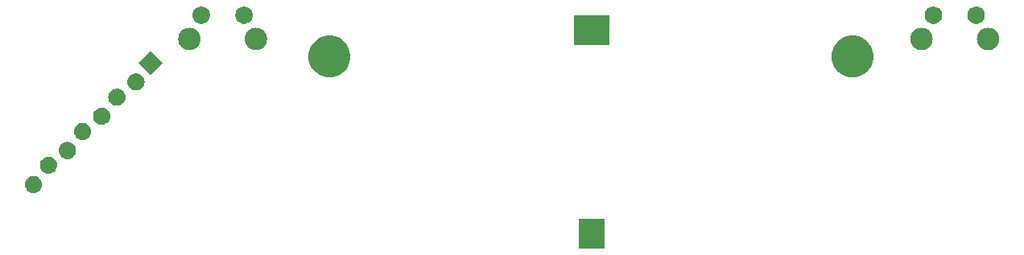
<source format=gbr>
%TF.GenerationSoftware,KiCad,Pcbnew,5.0.1*%
%TF.CreationDate,2019-03-22T16:17:04+01:00*%
%TF.ProjectId,rev1,726576312E6B696361645F7063620000,rev?*%
%TF.SameCoordinates,Original*%
%TF.FileFunction,Soldermask,Bot*%
%TF.FilePolarity,Negative*%
%FSLAX46Y46*%
G04 Gerber Fmt 4.6, Leading zero omitted, Abs format (unit mm)*
G04 Created by KiCad (PCBNEW 5.0.1) date Fri 22 Mar 2019 04:17:04 PM CET*
%MOMM*%
%LPD*%
G01*
G04 APERTURE LIST*
%ADD10C,0.100000*%
G04 APERTURE END LIST*
D10*
X126893000Y-91500000D02*
G75*
G03X126893000Y-91500000I-1143000J0D01*
G01*
X120889000Y-89000000D02*
G75*
G03X120889000Y-89000000I-889000J0D01*
G01*
X125389000Y-89000000D02*
G75*
G03X125389000Y-89000000I-889000J0D01*
G01*
X119893000Y-91500000D02*
G75*
G03X119893000Y-91500000I-1143000J0D01*
G01*
X196893000Y-91500000D02*
G75*
G03X196893000Y-91500000I-1143000J0D01*
G01*
X202389000Y-89000000D02*
G75*
G03X202389000Y-89000000I-889000J0D01*
G01*
X197889000Y-89000000D02*
G75*
G03X197889000Y-89000000I-889000J0D01*
G01*
X203893000Y-91500000D02*
G75*
G03X203893000Y-91500000I-1143000J0D01*
G01*
G36*
X162401000Y-113551000D02*
X159699000Y-113551000D01*
X159699000Y-110449000D01*
X162401000Y-110449000D01*
X162401000Y-113551000D01*
X162401000Y-113551000D01*
G37*
G36*
X102465363Y-105912729D02*
X102531548Y-105919248D01*
X102644774Y-105953595D01*
X102701388Y-105970768D01*
X102840008Y-106044863D01*
X102857912Y-106054433D01*
X102893650Y-106083763D01*
X102995107Y-106167025D01*
X103078369Y-106268482D01*
X103107699Y-106304220D01*
X103107700Y-106304222D01*
X103191364Y-106460744D01*
X103191364Y-106460745D01*
X103242884Y-106630584D01*
X103260280Y-106807211D01*
X103242884Y-106983838D01*
X103208537Y-107097064D01*
X103191364Y-107153678D01*
X103117269Y-107292298D01*
X103107699Y-107310202D01*
X103078369Y-107345940D01*
X102995107Y-107447397D01*
X102893650Y-107530659D01*
X102857912Y-107559989D01*
X102857910Y-107559990D01*
X102701388Y-107643654D01*
X102644774Y-107660827D01*
X102531548Y-107695174D01*
X102465364Y-107701692D01*
X102399181Y-107708211D01*
X102310661Y-107708211D01*
X102244479Y-107701693D01*
X102178294Y-107695174D01*
X102065068Y-107660827D01*
X102008454Y-107643654D01*
X101851932Y-107559990D01*
X101851930Y-107559989D01*
X101816192Y-107530659D01*
X101714735Y-107447397D01*
X101631473Y-107345940D01*
X101602143Y-107310202D01*
X101592573Y-107292298D01*
X101518478Y-107153678D01*
X101501305Y-107097064D01*
X101466958Y-106983838D01*
X101449562Y-106807211D01*
X101466958Y-106630584D01*
X101518478Y-106460745D01*
X101518478Y-106460744D01*
X101602142Y-106304222D01*
X101602143Y-106304220D01*
X101631473Y-106268482D01*
X101714735Y-106167025D01*
X101816192Y-106083763D01*
X101851930Y-106054433D01*
X101869834Y-106044863D01*
X102008454Y-105970768D01*
X102065068Y-105953595D01*
X102178294Y-105919248D01*
X102244478Y-105912730D01*
X102310661Y-105906211D01*
X102399181Y-105906211D01*
X102465363Y-105912729D01*
X102465363Y-105912729D01*
G37*
G36*
X104056354Y-103897476D02*
X104122538Y-103903994D01*
X104235764Y-103938341D01*
X104292378Y-103955514D01*
X104430998Y-104029609D01*
X104448902Y-104039179D01*
X104484640Y-104068509D01*
X104586097Y-104151771D01*
X104669359Y-104253228D01*
X104698689Y-104288966D01*
X104698690Y-104288968D01*
X104782354Y-104445490D01*
X104782354Y-104445491D01*
X104833874Y-104615330D01*
X104851270Y-104791957D01*
X104833874Y-104968584D01*
X104799527Y-105081810D01*
X104782354Y-105138424D01*
X104708259Y-105277044D01*
X104698689Y-105294948D01*
X104669359Y-105330686D01*
X104586097Y-105432143D01*
X104484640Y-105515405D01*
X104448902Y-105544735D01*
X104448900Y-105544736D01*
X104292378Y-105628400D01*
X104235764Y-105645573D01*
X104122538Y-105679920D01*
X104056353Y-105686439D01*
X103990171Y-105692957D01*
X103901651Y-105692957D01*
X103835469Y-105686439D01*
X103769284Y-105679920D01*
X103656058Y-105645573D01*
X103599444Y-105628400D01*
X103442922Y-105544736D01*
X103442920Y-105544735D01*
X103407182Y-105515405D01*
X103305725Y-105432143D01*
X103222463Y-105330686D01*
X103193133Y-105294948D01*
X103183563Y-105277044D01*
X103109468Y-105138424D01*
X103092295Y-105081810D01*
X103057948Y-104968584D01*
X103040552Y-104791957D01*
X103057948Y-104615330D01*
X103109468Y-104445491D01*
X103109468Y-104445490D01*
X103193132Y-104288968D01*
X103193133Y-104288966D01*
X103222463Y-104253228D01*
X103305725Y-104151771D01*
X103407182Y-104068509D01*
X103442920Y-104039179D01*
X103460824Y-104029609D01*
X103599444Y-103955514D01*
X103656058Y-103938341D01*
X103769284Y-103903994D01*
X103835468Y-103897476D01*
X103901651Y-103890957D01*
X103990171Y-103890957D01*
X104056354Y-103897476D01*
X104056354Y-103897476D01*
G37*
G36*
X106036252Y-102341840D02*
X106102437Y-102348359D01*
X106215663Y-102382706D01*
X106272277Y-102399879D01*
X106410897Y-102473974D01*
X106428801Y-102483544D01*
X106464539Y-102512874D01*
X106565996Y-102596136D01*
X106649258Y-102697593D01*
X106678588Y-102733331D01*
X106678589Y-102733333D01*
X106762253Y-102889855D01*
X106762253Y-102889856D01*
X106813773Y-103059695D01*
X106831169Y-103236322D01*
X106813773Y-103412949D01*
X106779426Y-103526175D01*
X106762253Y-103582789D01*
X106688158Y-103721409D01*
X106678588Y-103739313D01*
X106649258Y-103775051D01*
X106565996Y-103876508D01*
X106469725Y-103955514D01*
X106428801Y-103989100D01*
X106428799Y-103989101D01*
X106272277Y-104072765D01*
X106215663Y-104089938D01*
X106102437Y-104124285D01*
X106036252Y-104130804D01*
X105970070Y-104137322D01*
X105881550Y-104137322D01*
X105815367Y-104130803D01*
X105749183Y-104124285D01*
X105635957Y-104089938D01*
X105579343Y-104072765D01*
X105422821Y-103989101D01*
X105422819Y-103989100D01*
X105381895Y-103955514D01*
X105285624Y-103876508D01*
X105202362Y-103775051D01*
X105173032Y-103739313D01*
X105163462Y-103721409D01*
X105089367Y-103582789D01*
X105072194Y-103526175D01*
X105037847Y-103412949D01*
X105020451Y-103236322D01*
X105037847Y-103059695D01*
X105089367Y-102889856D01*
X105089367Y-102889855D01*
X105173031Y-102733333D01*
X105173032Y-102733331D01*
X105202362Y-102697593D01*
X105285624Y-102596136D01*
X105387081Y-102512874D01*
X105422819Y-102483544D01*
X105440723Y-102473974D01*
X105579343Y-102399879D01*
X105635957Y-102382706D01*
X105749183Y-102348359D01*
X105815368Y-102341840D01*
X105881550Y-102335322D01*
X105970070Y-102335322D01*
X106036252Y-102341840D01*
X106036252Y-102341840D01*
G37*
G36*
X107627243Y-100326587D02*
X107693427Y-100333105D01*
X107806653Y-100367452D01*
X107863267Y-100384625D01*
X108001887Y-100458720D01*
X108019791Y-100468290D01*
X108055529Y-100497620D01*
X108156986Y-100580882D01*
X108240248Y-100682339D01*
X108269578Y-100718077D01*
X108269579Y-100718079D01*
X108353243Y-100874601D01*
X108353243Y-100874602D01*
X108404763Y-101044441D01*
X108422159Y-101221068D01*
X108404763Y-101397695D01*
X108370416Y-101510921D01*
X108353243Y-101567535D01*
X108279148Y-101706155D01*
X108269578Y-101724059D01*
X108240248Y-101759797D01*
X108156986Y-101861254D01*
X108055529Y-101944516D01*
X108019791Y-101973846D01*
X108019789Y-101973847D01*
X107863267Y-102057511D01*
X107806653Y-102074684D01*
X107693427Y-102109031D01*
X107627242Y-102115550D01*
X107561060Y-102122068D01*
X107472540Y-102122068D01*
X107406358Y-102115550D01*
X107340173Y-102109031D01*
X107226947Y-102074684D01*
X107170333Y-102057511D01*
X107013811Y-101973847D01*
X107013809Y-101973846D01*
X106978071Y-101944516D01*
X106876614Y-101861254D01*
X106793352Y-101759797D01*
X106764022Y-101724059D01*
X106754452Y-101706155D01*
X106680357Y-101567535D01*
X106663184Y-101510921D01*
X106628837Y-101397695D01*
X106611441Y-101221068D01*
X106628837Y-101044441D01*
X106680357Y-100874602D01*
X106680357Y-100874601D01*
X106764021Y-100718079D01*
X106764022Y-100718077D01*
X106793352Y-100682339D01*
X106876614Y-100580882D01*
X106978071Y-100497620D01*
X107013809Y-100468290D01*
X107031713Y-100458720D01*
X107170333Y-100384625D01*
X107226947Y-100367452D01*
X107340173Y-100333105D01*
X107406358Y-100326586D01*
X107472540Y-100320068D01*
X107561060Y-100320068D01*
X107627243Y-100326587D01*
X107627243Y-100326587D01*
G37*
G36*
X109642496Y-98735596D02*
X109708681Y-98742115D01*
X109821907Y-98776462D01*
X109878521Y-98793635D01*
X110017141Y-98867730D01*
X110035045Y-98877300D01*
X110070783Y-98906630D01*
X110172240Y-98989892D01*
X110255502Y-99091349D01*
X110284832Y-99127087D01*
X110284833Y-99127089D01*
X110368497Y-99283611D01*
X110368497Y-99283612D01*
X110420017Y-99453451D01*
X110437413Y-99630078D01*
X110420017Y-99806705D01*
X110385670Y-99919931D01*
X110368497Y-99976545D01*
X110294402Y-100115165D01*
X110284832Y-100133069D01*
X110255502Y-100168807D01*
X110172240Y-100270264D01*
X110070783Y-100353526D01*
X110035045Y-100382856D01*
X110035043Y-100382857D01*
X109878521Y-100466521D01*
X109821907Y-100483694D01*
X109708681Y-100518041D01*
X109642497Y-100524559D01*
X109576314Y-100531078D01*
X109487794Y-100531078D01*
X109421611Y-100524559D01*
X109355427Y-100518041D01*
X109242201Y-100483694D01*
X109185587Y-100466521D01*
X109029065Y-100382857D01*
X109029063Y-100382856D01*
X108993325Y-100353526D01*
X108891868Y-100270264D01*
X108808606Y-100168807D01*
X108779276Y-100133069D01*
X108769706Y-100115165D01*
X108695611Y-99976545D01*
X108678438Y-99919931D01*
X108644091Y-99806705D01*
X108626695Y-99630078D01*
X108644091Y-99453451D01*
X108695611Y-99283612D01*
X108695611Y-99283611D01*
X108779275Y-99127089D01*
X108779276Y-99127087D01*
X108808606Y-99091349D01*
X108891868Y-98989892D01*
X108993325Y-98906630D01*
X109029063Y-98877300D01*
X109046967Y-98867730D01*
X109185587Y-98793635D01*
X109242201Y-98776462D01*
X109355427Y-98742115D01*
X109421611Y-98735597D01*
X109487794Y-98729078D01*
X109576314Y-98729078D01*
X109642496Y-98735596D01*
X109642496Y-98735596D01*
G37*
G36*
X111233488Y-96720342D02*
X111299672Y-96726860D01*
X111412898Y-96761207D01*
X111469512Y-96778380D01*
X111608132Y-96852475D01*
X111626036Y-96862045D01*
X111661774Y-96891375D01*
X111763231Y-96974637D01*
X111846493Y-97076094D01*
X111875823Y-97111832D01*
X111875824Y-97111834D01*
X111959488Y-97268356D01*
X111959488Y-97268357D01*
X112011008Y-97438196D01*
X112028404Y-97614823D01*
X112011008Y-97791450D01*
X111976661Y-97904676D01*
X111959488Y-97961290D01*
X111885393Y-98099910D01*
X111875823Y-98117814D01*
X111846493Y-98153552D01*
X111763231Y-98255009D01*
X111661774Y-98338271D01*
X111626036Y-98367601D01*
X111626034Y-98367602D01*
X111469512Y-98451266D01*
X111412898Y-98468439D01*
X111299672Y-98502786D01*
X111233488Y-98509304D01*
X111167305Y-98515823D01*
X111078785Y-98515823D01*
X111012603Y-98509305D01*
X110946418Y-98502786D01*
X110833192Y-98468439D01*
X110776578Y-98451266D01*
X110620056Y-98367602D01*
X110620054Y-98367601D01*
X110584316Y-98338271D01*
X110482859Y-98255009D01*
X110399597Y-98153552D01*
X110370267Y-98117814D01*
X110360697Y-98099910D01*
X110286602Y-97961290D01*
X110269429Y-97904676D01*
X110235082Y-97791450D01*
X110217686Y-97614823D01*
X110235082Y-97438196D01*
X110286602Y-97268357D01*
X110286602Y-97268356D01*
X110370266Y-97111834D01*
X110370267Y-97111832D01*
X110399597Y-97076094D01*
X110482859Y-96974637D01*
X110584316Y-96891375D01*
X110620054Y-96862045D01*
X110637958Y-96852475D01*
X110776578Y-96778380D01*
X110833192Y-96761207D01*
X110946418Y-96726860D01*
X111012602Y-96720342D01*
X111078785Y-96713823D01*
X111167305Y-96713823D01*
X111233488Y-96720342D01*
X111233488Y-96720342D01*
G37*
G36*
X113248741Y-95129351D02*
X113314926Y-95135870D01*
X113428152Y-95170217D01*
X113484766Y-95187390D01*
X113623386Y-95261485D01*
X113641290Y-95271055D01*
X113677028Y-95300385D01*
X113778485Y-95383647D01*
X113846412Y-95466418D01*
X113891077Y-95520842D01*
X113891078Y-95520844D01*
X113974742Y-95677366D01*
X113974742Y-95677367D01*
X114026262Y-95847206D01*
X114043658Y-96023833D01*
X114026262Y-96200460D01*
X113991915Y-96313686D01*
X113974742Y-96370300D01*
X113900647Y-96508920D01*
X113891077Y-96526824D01*
X113861747Y-96562562D01*
X113778485Y-96664019D01*
X113677028Y-96747281D01*
X113641290Y-96776611D01*
X113641288Y-96776612D01*
X113484766Y-96860276D01*
X113428152Y-96877449D01*
X113314926Y-96911796D01*
X113248742Y-96918314D01*
X113182559Y-96924833D01*
X113094039Y-96924833D01*
X113027856Y-96918314D01*
X112961672Y-96911796D01*
X112848446Y-96877449D01*
X112791832Y-96860276D01*
X112635310Y-96776612D01*
X112635308Y-96776611D01*
X112599570Y-96747281D01*
X112498113Y-96664019D01*
X112414851Y-96562562D01*
X112385521Y-96526824D01*
X112375951Y-96508920D01*
X112301856Y-96370300D01*
X112284683Y-96313686D01*
X112250336Y-96200460D01*
X112232940Y-96023833D01*
X112250336Y-95847206D01*
X112301856Y-95677367D01*
X112301856Y-95677366D01*
X112385520Y-95520844D01*
X112385521Y-95520842D01*
X112430186Y-95466418D01*
X112498113Y-95383647D01*
X112599570Y-95300385D01*
X112635308Y-95271055D01*
X112653212Y-95261485D01*
X112791832Y-95187390D01*
X112848446Y-95170217D01*
X112961672Y-95135870D01*
X113027856Y-95129352D01*
X113094039Y-95122833D01*
X113182559Y-95122833D01*
X113248741Y-95129351D01*
X113248741Y-95129351D01*
G37*
G36*
X134142006Y-91233582D02*
X134542565Y-91399499D01*
X134903059Y-91640373D01*
X135209627Y-91946941D01*
X135450501Y-92307435D01*
X135616418Y-92707994D01*
X135701000Y-93133219D01*
X135701000Y-93566781D01*
X135616418Y-93992006D01*
X135450501Y-94392565D01*
X135209627Y-94753059D01*
X134903059Y-95059627D01*
X134542565Y-95300501D01*
X134142006Y-95466418D01*
X133716781Y-95551000D01*
X133283219Y-95551000D01*
X132857994Y-95466418D01*
X132457435Y-95300501D01*
X132096941Y-95059627D01*
X131790373Y-94753059D01*
X131549499Y-94392565D01*
X131383582Y-93992006D01*
X131299000Y-93566781D01*
X131299000Y-93133219D01*
X131383582Y-92707994D01*
X131549499Y-92307435D01*
X131790373Y-91946941D01*
X132096941Y-91640373D01*
X132457435Y-91399499D01*
X132857994Y-91233582D01*
X133283219Y-91149000D01*
X133716781Y-91149000D01*
X134142006Y-91233582D01*
X134142006Y-91233582D01*
G37*
G36*
X189142006Y-91233582D02*
X189542565Y-91399499D01*
X189903059Y-91640373D01*
X190209627Y-91946941D01*
X190450501Y-92307435D01*
X190616418Y-92707994D01*
X190701000Y-93133219D01*
X190701000Y-93566781D01*
X190616418Y-93992006D01*
X190450501Y-94392565D01*
X190209627Y-94753059D01*
X189903059Y-95059627D01*
X189542565Y-95300501D01*
X189142006Y-95466418D01*
X188716781Y-95551000D01*
X188283219Y-95551000D01*
X187857994Y-95466418D01*
X187457435Y-95300501D01*
X187096941Y-95059627D01*
X186790373Y-94753059D01*
X186549499Y-94392565D01*
X186383582Y-93992006D01*
X186299000Y-93566781D01*
X186299000Y-93133219D01*
X186383582Y-92707994D01*
X186549499Y-92307435D01*
X186790373Y-91946941D01*
X187096941Y-91640373D01*
X187457435Y-91399499D01*
X187857994Y-91233582D01*
X188283219Y-91149000D01*
X188716781Y-91149000D01*
X189142006Y-91233582D01*
X189142006Y-91233582D01*
G37*
G36*
X115968141Y-94043934D02*
X114693934Y-95318141D01*
X113419727Y-94043934D01*
X114693934Y-92769727D01*
X115968141Y-94043934D01*
X115968141Y-94043934D01*
G37*
G36*
X203085734Y-90393232D02*
X203295202Y-90479996D01*
X203483723Y-90605962D01*
X203644038Y-90766277D01*
X203770004Y-90954798D01*
X203856768Y-91164266D01*
X203901000Y-91386635D01*
X203901000Y-91613365D01*
X203856768Y-91835734D01*
X203770004Y-92045202D01*
X203644038Y-92233723D01*
X203483723Y-92394038D01*
X203295202Y-92520004D01*
X203085734Y-92606768D01*
X202863365Y-92651000D01*
X202636635Y-92651000D01*
X202414266Y-92606768D01*
X202204798Y-92520004D01*
X202016277Y-92394038D01*
X201855962Y-92233723D01*
X201729996Y-92045202D01*
X201643232Y-91835734D01*
X201599000Y-91613365D01*
X201599000Y-91386635D01*
X201643232Y-91164266D01*
X201729996Y-90954798D01*
X201855962Y-90766277D01*
X202016277Y-90605962D01*
X202204798Y-90479996D01*
X202414266Y-90393232D01*
X202636635Y-90349000D01*
X202863365Y-90349000D01*
X203085734Y-90393232D01*
X203085734Y-90393232D01*
G37*
G36*
X196085734Y-90393232D02*
X196295202Y-90479996D01*
X196483723Y-90605962D01*
X196644038Y-90766277D01*
X196770004Y-90954798D01*
X196856768Y-91164266D01*
X196901000Y-91386635D01*
X196901000Y-91613365D01*
X196856768Y-91835734D01*
X196770004Y-92045202D01*
X196644038Y-92233723D01*
X196483723Y-92394038D01*
X196295202Y-92520004D01*
X196085734Y-92606768D01*
X195863365Y-92651000D01*
X195636635Y-92651000D01*
X195414266Y-92606768D01*
X195204798Y-92520004D01*
X195016277Y-92394038D01*
X194855962Y-92233723D01*
X194729996Y-92045202D01*
X194643232Y-91835734D01*
X194599000Y-91613365D01*
X194599000Y-91386635D01*
X194643232Y-91164266D01*
X194729996Y-90954798D01*
X194855962Y-90766277D01*
X195016277Y-90605962D01*
X195204798Y-90479996D01*
X195414266Y-90393232D01*
X195636635Y-90349000D01*
X195863365Y-90349000D01*
X196085734Y-90393232D01*
X196085734Y-90393232D01*
G37*
G36*
X119085734Y-90393232D02*
X119295202Y-90479996D01*
X119483723Y-90605962D01*
X119644038Y-90766277D01*
X119770004Y-90954798D01*
X119856768Y-91164266D01*
X119901000Y-91386635D01*
X119901000Y-91613365D01*
X119856768Y-91835734D01*
X119770004Y-92045202D01*
X119644038Y-92233723D01*
X119483723Y-92394038D01*
X119295202Y-92520004D01*
X119085734Y-92606768D01*
X118863365Y-92651000D01*
X118636635Y-92651000D01*
X118414266Y-92606768D01*
X118204798Y-92520004D01*
X118016277Y-92394038D01*
X117855962Y-92233723D01*
X117729996Y-92045202D01*
X117643232Y-91835734D01*
X117599000Y-91613365D01*
X117599000Y-91386635D01*
X117643232Y-91164266D01*
X117729996Y-90954798D01*
X117855962Y-90766277D01*
X118016277Y-90605962D01*
X118204798Y-90479996D01*
X118414266Y-90393232D01*
X118636635Y-90349000D01*
X118863365Y-90349000D01*
X119085734Y-90393232D01*
X119085734Y-90393232D01*
G37*
G36*
X126085734Y-90393232D02*
X126295202Y-90479996D01*
X126483723Y-90605962D01*
X126644038Y-90766277D01*
X126770004Y-90954798D01*
X126856768Y-91164266D01*
X126901000Y-91386635D01*
X126901000Y-91613365D01*
X126856768Y-91835734D01*
X126770004Y-92045202D01*
X126644038Y-92233723D01*
X126483723Y-92394038D01*
X126295202Y-92520004D01*
X126085734Y-92606768D01*
X125863365Y-92651000D01*
X125636635Y-92651000D01*
X125414266Y-92606768D01*
X125204798Y-92520004D01*
X125016277Y-92394038D01*
X124855962Y-92233723D01*
X124729996Y-92045202D01*
X124643232Y-91835734D01*
X124599000Y-91613365D01*
X124599000Y-91386635D01*
X124643232Y-91164266D01*
X124729996Y-90954798D01*
X124855962Y-90766277D01*
X125016277Y-90605962D01*
X125204798Y-90479996D01*
X125414266Y-90393232D01*
X125636635Y-90349000D01*
X125863365Y-90349000D01*
X126085734Y-90393232D01*
X126085734Y-90393232D01*
G37*
G36*
X162901000Y-92151000D02*
X159199000Y-92151000D01*
X159199000Y-89049000D01*
X162901000Y-89049000D01*
X162901000Y-92151000D01*
X162901000Y-92151000D01*
G37*
G36*
X201762812Y-88133624D02*
X201926784Y-88201544D01*
X202074354Y-88300147D01*
X202199853Y-88425646D01*
X202298456Y-88573216D01*
X202366376Y-88737188D01*
X202401000Y-88911259D01*
X202401000Y-89088741D01*
X202366376Y-89262812D01*
X202298456Y-89426784D01*
X202199853Y-89574354D01*
X202074354Y-89699853D01*
X201926784Y-89798456D01*
X201762812Y-89866376D01*
X201588741Y-89901000D01*
X201411259Y-89901000D01*
X201237188Y-89866376D01*
X201073216Y-89798456D01*
X200925646Y-89699853D01*
X200800147Y-89574354D01*
X200701544Y-89426784D01*
X200633624Y-89262812D01*
X200599000Y-89088741D01*
X200599000Y-88911259D01*
X200633624Y-88737188D01*
X200701544Y-88573216D01*
X200800147Y-88425646D01*
X200925646Y-88300147D01*
X201073216Y-88201544D01*
X201237188Y-88133624D01*
X201411259Y-88099000D01*
X201588741Y-88099000D01*
X201762812Y-88133624D01*
X201762812Y-88133624D01*
G37*
G36*
X197262812Y-88133624D02*
X197426784Y-88201544D01*
X197574354Y-88300147D01*
X197699853Y-88425646D01*
X197798456Y-88573216D01*
X197866376Y-88737188D01*
X197901000Y-88911259D01*
X197901000Y-89088741D01*
X197866376Y-89262812D01*
X197798456Y-89426784D01*
X197699853Y-89574354D01*
X197574354Y-89699853D01*
X197426784Y-89798456D01*
X197262812Y-89866376D01*
X197088741Y-89901000D01*
X196911259Y-89901000D01*
X196737188Y-89866376D01*
X196573216Y-89798456D01*
X196425646Y-89699853D01*
X196300147Y-89574354D01*
X196201544Y-89426784D01*
X196133624Y-89262812D01*
X196099000Y-89088741D01*
X196099000Y-88911259D01*
X196133624Y-88737188D01*
X196201544Y-88573216D01*
X196300147Y-88425646D01*
X196425646Y-88300147D01*
X196573216Y-88201544D01*
X196737188Y-88133624D01*
X196911259Y-88099000D01*
X197088741Y-88099000D01*
X197262812Y-88133624D01*
X197262812Y-88133624D01*
G37*
G36*
X124762812Y-88133624D02*
X124926784Y-88201544D01*
X125074354Y-88300147D01*
X125199853Y-88425646D01*
X125298456Y-88573216D01*
X125366376Y-88737188D01*
X125401000Y-88911259D01*
X125401000Y-89088741D01*
X125366376Y-89262812D01*
X125298456Y-89426784D01*
X125199853Y-89574354D01*
X125074354Y-89699853D01*
X124926784Y-89798456D01*
X124762812Y-89866376D01*
X124588741Y-89901000D01*
X124411259Y-89901000D01*
X124237188Y-89866376D01*
X124073216Y-89798456D01*
X123925646Y-89699853D01*
X123800147Y-89574354D01*
X123701544Y-89426784D01*
X123633624Y-89262812D01*
X123599000Y-89088741D01*
X123599000Y-88911259D01*
X123633624Y-88737188D01*
X123701544Y-88573216D01*
X123800147Y-88425646D01*
X123925646Y-88300147D01*
X124073216Y-88201544D01*
X124237188Y-88133624D01*
X124411259Y-88099000D01*
X124588741Y-88099000D01*
X124762812Y-88133624D01*
X124762812Y-88133624D01*
G37*
G36*
X120262812Y-88133624D02*
X120426784Y-88201544D01*
X120574354Y-88300147D01*
X120699853Y-88425646D01*
X120798456Y-88573216D01*
X120866376Y-88737188D01*
X120901000Y-88911259D01*
X120901000Y-89088741D01*
X120866376Y-89262812D01*
X120798456Y-89426784D01*
X120699853Y-89574354D01*
X120574354Y-89699853D01*
X120426784Y-89798456D01*
X120262812Y-89866376D01*
X120088741Y-89901000D01*
X119911259Y-89901000D01*
X119737188Y-89866376D01*
X119573216Y-89798456D01*
X119425646Y-89699853D01*
X119300147Y-89574354D01*
X119201544Y-89426784D01*
X119133624Y-89262812D01*
X119099000Y-89088741D01*
X119099000Y-88911259D01*
X119133624Y-88737188D01*
X119201544Y-88573216D01*
X119300147Y-88425646D01*
X119425646Y-88300147D01*
X119573216Y-88201544D01*
X119737188Y-88133624D01*
X119911259Y-88099000D01*
X120088741Y-88099000D01*
X120262812Y-88133624D01*
X120262812Y-88133624D01*
G37*
M02*

</source>
